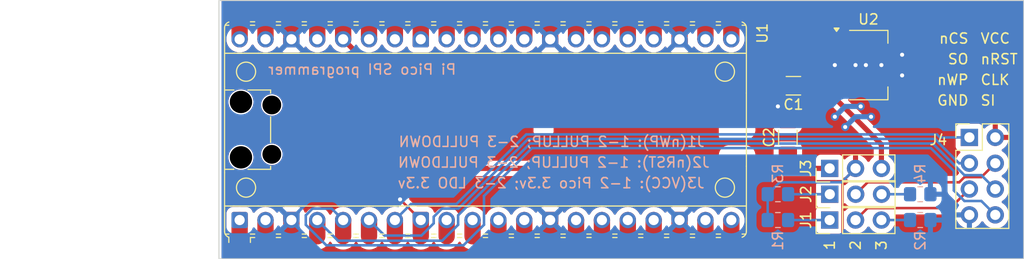
<source format=kicad_pcb>
(kicad_pcb (version 20221018) (generator pcbnew)

  (general
    (thickness 1.6)
  )

  (paper "A4")
  (layers
    (0 "F.Cu" signal)
    (31 "B.Cu" signal)
    (32 "B.Adhes" user "B.Adhesive")
    (33 "F.Adhes" user "F.Adhesive")
    (34 "B.Paste" user)
    (35 "F.Paste" user)
    (36 "B.SilkS" user "B.Silkscreen")
    (37 "F.SilkS" user "F.Silkscreen")
    (38 "B.Mask" user)
    (39 "F.Mask" user)
    (40 "Dwgs.User" user "User.Drawings")
    (41 "Cmts.User" user "User.Comments")
    (42 "Eco1.User" user "User.Eco1")
    (43 "Eco2.User" user "User.Eco2")
    (44 "Edge.Cuts" user)
    (45 "Margin" user)
    (46 "B.CrtYd" user "B.Courtyard")
    (47 "F.CrtYd" user "F.Courtyard")
    (48 "B.Fab" user)
    (49 "F.Fab" user)
    (50 "User.1" user)
    (51 "User.2" user)
    (52 "User.3" user)
    (53 "User.4" user)
    (54 "User.5" user)
    (55 "User.6" user)
    (56 "User.7" user)
    (57 "User.8" user)
    (58 "User.9" user)
  )

  (setup
    (pad_to_mask_clearance 0)
    (pcbplotparams
      (layerselection 0x00010fc_ffffffff)
      (plot_on_all_layers_selection 0x0000000_00000000)
      (disableapertmacros false)
      (usegerberextensions false)
      (usegerberattributes true)
      (usegerberadvancedattributes true)
      (creategerberjobfile true)
      (dashed_line_dash_ratio 12.000000)
      (dashed_line_gap_ratio 3.000000)
      (svgprecision 4)
      (plotframeref false)
      (viasonmask false)
      (mode 1)
      (useauxorigin false)
      (hpglpennumber 1)
      (hpglpenspeed 20)
      (hpglpendiameter 15.000000)
      (dxfpolygonmode true)
      (dxfimperialunits true)
      (dxfusepcbnewfont true)
      (psnegative false)
      (psa4output false)
      (plotreference true)
      (plotvalue true)
      (plotinvisibletext false)
      (sketchpadsonfab false)
      (subtractmaskfromsilk false)
      (outputformat 1)
      (mirror false)
      (drillshape 1)
      (scaleselection 1)
      (outputdirectory "")
    )
  )

  (net 0 "")
  (net 1 "Net-(J1-Pin_1)")
  (net 2 "Net-(J2-Pin_1)")
  (net 3 "Net-(J3-Pin_1)")
  (net 4 "Net-(J4-Pin_1)")
  (net 5 "Net-(J3-Pin_2)")
  (net 6 "Net-(J1-Pin_3)")
  (net 7 "GND")
  (net 8 "Net-(J2-Pin_3)")
  (net 9 "unconnected-(U1-GPIO0-Pad1)")
  (net 10 "unconnected-(U1-GPIO1-Pad2)")
  (net 11 "Net-(J4-Pin_6)")
  (net 12 "Net-(J4-Pin_5)")
  (net 13 "Net-(J4-Pin_2)")
  (net 14 "unconnected-(U1-GPIO6-Pad9)")
  (net 15 "unconnected-(U1-GPIO7-Pad10)")
  (net 16 "unconnected-(U1-GPIO8-Pad11)")
  (net 17 "unconnected-(U1-GPIO9-Pad12)")
  (net 18 "unconnected-(U1-GPIO10-Pad14)")
  (net 19 "unconnected-(U1-GPIO11-Pad15)")
  (net 20 "unconnected-(U1-GPIO12-Pad16)")
  (net 21 "unconnected-(U1-GPIO13-Pad17)")
  (net 22 "unconnected-(U1-GPIO14-Pad19)")
  (net 23 "unconnected-(U1-GPIO15-Pad20)")
  (net 24 "unconnected-(U1-GPIO16-Pad21)")
  (net 25 "unconnected-(U1-GPIO17-Pad22)")
  (net 26 "unconnected-(U1-GPIO18-Pad24)")
  (net 27 "unconnected-(U1-GPIO19-Pad25)")
  (net 28 "unconnected-(U1-GPIO20-Pad26)")
  (net 29 "unconnected-(U1-GPIO21-Pad27)")
  (net 30 "unconnected-(U1-GPIO22-Pad29)")
  (net 31 "unconnected-(U1-RUN-Pad30)")
  (net 32 "unconnected-(U1-GPIO26_ADC0-Pad31)")
  (net 33 "unconnected-(U1-GPIO27_ADC1-Pad32)")
  (net 34 "unconnected-(U1-AGND-Pad33)")
  (net 35 "unconnected-(U1-GPIO28_ADC2-Pad34)")
  (net 36 "unconnected-(U1-ADC_VREF-Pad35)")
  (net 37 "unconnected-(U1-3V3_EN-Pad37)")
  (net 38 "unconnected-(U1-VSYS-Pad39)")
  (net 39 "Net-(U1-VBUS)")
  (net 40 "Net-(J3-Pin_3)")
  (net 41 "Net-(J1-Pin_2)")
  (net 42 "Net-(J2-Pin_2)")

  (footprint "Connector_PinHeader_2.54mm:PinHeader_1x03_P2.54mm_Vertical" (layer "F.Cu") (at 172.72 78.74 90))

  (footprint "Connector_PinHeader_2.54mm:PinHeader_1x03_P2.54mm_Vertical" (layer "F.Cu") (at 172.735 76.2 90))

  (footprint "Package_TO_SOT_SMD:SOT-223-3_TabPin2" (layer "F.Cu") (at 176.53 63.5))

  (footprint "Capacitor_SMD:C_1206_3216Metric_Pad1.33x1.80mm_HandSolder" (layer "F.Cu") (at 169.164 65.532 180))

  (footprint "Connector_PinHeader_2.54mm:PinHeader_2x04_P2.54mm_Vertical" (layer "F.Cu") (at 186.436 70.612))

  (footprint "Connector_PinHeader_2.54mm:PinHeader_1x03_P2.54mm_Vertical" (layer "F.Cu") (at 172.72 73.66 90))

  (footprint "Capacitor_SMD:C_1206_3216Metric_Pad1.33x1.80mm_HandSolder" (layer "F.Cu") (at 168.6175 70.612 90))

  (footprint "Module_RaspberryPi_Pico:RaspberryPi_Pico_Common" (layer "F.Cu") (at 138.938 69.85 90))

  (footprint "Resistor_SMD:R_0805_2012Metric_Pad1.20x1.40mm_HandSolder" (layer "B.Cu") (at 167.64 76.2 180))

  (footprint "Resistor_SMD:R_0805_2012Metric_Pad1.20x1.40mm_HandSolder" (layer "B.Cu") (at 181.61 76.2))

  (footprint "Resistor_SMD:R_0805_2012Metric_Pad1.20x1.40mm_HandSolder" (layer "B.Cu") (at 181.61 78.74))

  (footprint "Resistor_SMD:R_0805_2012Metric_Pad1.20x1.40mm_HandSolder" (layer "B.Cu") (at 167.64 78.74 180))

  (gr_rect (start 112.776 57.15) (end 191.77 82.55)
    (stroke (width 0.1) (type default)) (fill none) (layer "Edge.Cuts") (tstamp e9de3a6d-302c-4a03-894b-d00091f3efd8))
  (gr_text "J1(nWP): 1-2 PULLUP; 2-3 PULLDOWN" (at 160.528 71.628) (layer "B.SilkS") (tstamp 70d0b397-5aac-4593-80a7-93d64d121238)
    (effects (font (size 1 1) (thickness 0.15)) (justify left bottom mirror))
  )
  (gr_text "Pi Pico SPI programmer" (at 136.144 64.516) (layer "B.SilkS") (tstamp 78a61ae1-29ee-4d47-b4b6-7627dcaebfb4)
    (effects (font (size 1 1) (thickness 0.15)) (justify left bottom mirror))
  )
  (gr_text "J2(nRST): 1-2 PULLUP; 2-3 PULLDOWN" (at 161.036 73.66) (layer "B.SilkS") (tstamp 9a530dca-53df-41ae-981d-14c3b03f4fdc)
    (effects (font (size 1 1) (thickness 0.15)) (justify left bottom mirror))
  )
  (gr_text "J3(VCC): 1-2 Pico 3.3v; 2-3 LDO 3.3v" (at 160.528 75.692) (layer "B.SilkS") (tstamp f2c5ba10-7579-456e-aec8-3b754e755017)
    (effects (font (size 1 1) (thickness 0.15)) (justify left bottom mirror))
  )
  (gr_text "nCS" (at 186.436 61.468) (layer "F.SilkS") (tstamp 35ed19bc-af85-423b-9a82-c1ddc7eb01dc)
    (effects (font (size 1 1) (thickness 0.15)) (justify right bottom))
  )
  (gr_text "1" (at 172.72 81.788 90) (layer "F.SilkS") (tstamp 47301080-5b9c-4bb1-ae03-7f9018badf90)
    (effects (font (size 1 1) (thickness 0.15)) (justify left))
  )
  (gr_text "nWP" (at 186.436 65.532) (layer "F.SilkS") (tstamp 56613531-1457-4333-b2f8-dcf7c0eb0f9d)
    (effects (font (size 1 1) (thickness 0.15)) (justify right bottom))
  )
  (gr_text "CLK" (at 187.452 65.532) (layer "F.SilkS") (tstamp 7183808c-1e55-467f-8d4f-d7fd54e2aabc)
    (effects (font (size 1 1) (thickness 0.15)) (justify left bottom))
  )
  (gr_text "GND" (at 186.436 67.564) (layer "F.SilkS") (tstamp 979831a7-48e9-470b-8eef-d460823db514)
    (effects (font (size 1 1) (thickness 0.15)) (justify right bottom))
  )
  (gr_text "SO" (at 186.436 63.5) (layer "F.SilkS") (tstamp 9efdbc01-d6d4-4dba-a457-ca71be9d3160)
    (effects (font (size 1 1) (thickness 0.15)) (justify right bottom))
  )
  (gr_text "VCC" (at 187.452 61.468) (layer "F.SilkS") (tstamp a9748b2a-56a8-4adf-a9e7-c57b31ee1322)
    (effects (font (size 1 1) (thickness 0.15)) (justify left bottom))
  )
  (gr_text "nRST" (at 187.452 63.5) (layer "F.SilkS") (tstamp b1fd32f1-6566-4633-bc66-809348e3930b)
    (effects (font (size 1 1) (thickness 0.15)) (justify left bottom))
  )
  (gr_text "SI" (at 187.452 67.564) (layer "F.SilkS") (tstamp c1a16cd5-934e-4424-b998-c746e63160e9)
    (effects (font (size 1 1) (thickness 0.15)) (justify left bottom))
  )
  (gr_text "3" (at 177.8 81.788 90) (layer "F.SilkS") (tstamp c9acf245-c9c3-4cbc-bb3c-0164ba55c39f)
    (effects (font (size 1 1) (thickness 0.15)) (justify left))
  )
  (gr_text "2" (at 175.26 81.788 90) (layer "F.SilkS") (tstamp d93f5abe-831d-4ea0-b5d3-b00cb3f98e6a)
    (effects (font (size 1 1) (thickness 0.15)) (justify left))
  )

  (segment (start 168.64 78.74) (end 172.72 78.74) (width 0.25) (layer "B.Cu") (net 1) (tstamp 67a1d4e4-bead-457a-8467-0d6041954315))
  (segment (start 168.64 76.2) (end 172.735 76.2) (width 0.25) (layer "B.Cu") (net 2) (tstamp 9d4a0e07-ffd2-497c-b6d3-32738927dee1))
  (segment (start 172.72 73.66) (end 168.656 73.66) (width 0.508) (layer "F.Cu") (net 3) (tstamp 5af15f64-7a12-4ddc-9321-5ab420db22f8))
  (segment (start 168.656 73.66) (end 168.6175 73.6215) (width 0.508) (layer "F.Cu") (net 3) (tstamp 64f8f9ed-812c-4d9e-bea8-e2df8991c5de))
  (segment (start 168.656 73.66) (end 137.668 73.66) (width 0.508) (layer "F.Cu") (net 3) (tstamp 94692680-678f-43de-a67a-40daceb1e174))
  (segment (start 168.6175 73.6215) (end 168.6175 72.1745) (width 0.508) (layer "F.Cu") (net 3) (tstamp a5286715-8722-47f3-a9d8-8b52e19e499b))
  (segment (start 137.668 73.66) (end 124.968 60.96) (width 0.508) (layer "F.Cu") (net 3) (tstamp cad691ef-4a3d-495b-8095-e6c21cc68757))
  (segment (start 183.549792 70.612) (end 183.252792 70.315) (width 0.25) (layer "B.Cu") (net 4) (tstamp 4ca77d81-e736-4f45-9fd1-d7a3d49883fd))
  (segment (start 183.252792 70.315) (end 142.939217 70.315) (width 0.25) (layer "B.Cu") (net 4) (tstamp 57b4f745-0472-4114-80c8-95d2ea720766))
  (segment (start 131.623 77.165) (end 130.048 78.74) (width 0.25) (layer "B.Cu") (net 4) (tstamp 8376d2b1-c222-41db-b128-5476ed3ca3bf))
  (segment (start 136.089217 77.165) (end 131.623 77.165) (width 0.25) (layer "B.Cu") (net 4) (tstamp d07fdd4f-9df0-4aa0-b8dc-8f392c8e652e))
  (segment (start 142.939217 70.315) (end 136.089217 77.165) (width 0.25) (layer "B.Cu") (net 4) (tstamp e2b11d58-5620-4901-aced-beda3c7ee5a7))
  (segment (start 186.436 70.612) (end 183.549792 70.612) (width 0.25) (layer "B.Cu") (net 4) (tstamp eafd87cd-e30c-4d1d-bcdc-f87038313bc4))
  (segment (start 175.26 73.66) (end 173.99 74.93) (width 0.25) (layer "F.Cu") (net 5) (tstamp 3912f91d-5c6e-4128-8915-a7a352c0ea2f))
  (segment (start 173.99 74.93) (end 170.688 74.93) (width 0.25) (layer "F.Cu") (net 5) (tstamp 7cd6766b-2996-4f2a-a622-c030e8eb7936))
  (segment (start 173.99 74.93) (end 173.99 80.518) (width 0.25) (layer "F.Cu") (net 5) (tstamp fd4c6bf1-c630-40c1-8cb1-70599b875765))
  (via (at 173.228 68.58) (size 0.8) (drill 0.4) (layers "F.Cu" "B.Cu") (free) (net 5) (tstamp 1ea02166-5f8e-4fa5-8d85-8e3740234173))
  (via (at 176.784 68.58) (size 0.8) (drill 0.4) (layers "F.Cu" "B.Cu") (free) (net 5) (tstamp b74381ee-36a1-4f3d-b547-3db1f0797de2))
  (via (at 174.244 69.59) (size 0.8) (drill 0.4) (layers "F.Cu" "B.Cu") (free) (net 5) (tstamp fcad76a9-8438-428f-9656-818f341b5207))
  (via (at 175.768 67.564) (size 0.8) (drill 0.4) (layers "F.Cu" "B.Cu") (free) (net 5) (tstamp ff46f226-17e9-45bf-b1eb-0893587179c9))
  (segment (start 167.815 75.025) (end 166.64 76.2) (width 0.25) (layer "B.Cu") (net 5) (tstamp 07d9f9e1-5d0b-4fc9-8dd3-3ece0feced1f))
  (segment (start 166.64 76.2) (end 166.64 78.74) (width 0.25) (layer "B.Cu") (net 5) (tstamp 27674463-a2b5-4a0c-931b-19d2a90d50f3))
  (segment (start 175.768 67.564) (end 174.244 67.564) (width 0.508) (layer "B.Cu") (net 5) (tstamp 598b79db-c757-4fd7-bb86-48c2aacecd3e))
  (segment (start 173.228 68.58) (end 174.244 67.564) (width 0.508) (layer "B.Cu") (net 5) (tstamp 85199db4-7ed0-4761-8f39-731e32cb86f6))
  (segment (start 173.895 75.025) (end 167.815 75.025) (width 0.25) (layer "B.Cu") (net 5) (tstamp b9c3f3c7-4bc7-4742-b0d0-f08b5e503cce))
  (segment (start 175.26 73.66) (end 173.895 75.025) (width 0.25) (layer "B.Cu") (net 5) (tstamp bfdde24f-0c19-4182-a3e5-609512c7638a))
  (segment (start 175.254 68.58) (end 174.244 69.59) (width 0.508) (layer "B.Cu") (net 5) (tstamp f466073a-43c8-49e0-9743-30c240eb52e9))
  (segment (start 176.784 68.58) (end 175.254 68.58) (width 0.508) (layer "B.Cu") (net 5) (tstamp fdc1b02f-f654-4260-b935-34f8830cad10))
  (segment (start 180.61 78.74) (end 177.8 78.74) (width 0.25) (layer "B.Cu") (net 6) (tstamp 6fd7962d-2a59-4b91-85cc-98f89808a958))
  (segment (start 177.8 63.5) (end 176.276 63.5) (width 0.508) (layer "F.Cu") (net 7) (tstamp 29f04e81-339d-4d54-bf9a-6d6ef449b599))
  (segment (start 167.6015 65.532) (end 167.6015 67.5255) (width 0.508) (layer "F.Cu") (net 7) (tstamp 2a5d110f-517c-42e0-9d6f-782828102a4c))
  (segment (start 175.26 63.5) (end 176.276 63.5) (width 0.508) (layer "F.Cu") (net 7) (tstamp 3df03de9-2ab4-44d6-9062-b52cbfd523dc))
  (segment (start 167.6015 67.5255) (end 167.64 67.564) (width 0.25) (layer "F.Cu") (net 7) (tstamp 3f21589e-1a9a-4fe6-af5c-84dac53566b9))
  (segment (start 168.6175 68.5415) (end 167.64 67.564) (width 0.508) (layer "F.Cu") (net 7) (tstamp 40c2f74a-c36e-4cc1-8918-5ea245d8d454))
  (segment (start 173.228 63.5) (end 175.26 63.5) (width 0.508) (layer "F.Cu") (net 7) (tstamp 6cd052ce-592f-4f78-8a5b-25c2d1d860f5))
  (segment (start 132.588 78.74) (end 130.556 76.708) (width 0.25) (layer "F.Cu") (net 7) (tstamp bc0a23e2-556f-40e4-8a2a-67c3e43296ec))
  (segment (start 173.38 63.5) (end 173.228 63.5) (width 0.25) (layer "F.Cu") (net 7) (tstamp d6cff4cb-245b-48ba-9d67-f696145d7f9d))
  (segment (start 179.68 63.5) (end 177.8 63.5) (width 0.508) (layer "F.Cu") (net 7) (tstamp e31e470c-4838-40ea-b726-d26a4d58dcaf))
  (segment (start 168.6175 69.0495) (end 168.6175 68.5415) (width 0.25) (layer "F.Cu") (net 7) (tstamp fdc7b85d-af64-463e-8a09-7f60c4da30a4))
  (via (at 179.832 62.484) (size 0.8) (drill 0.4) (layers "F.Cu" "B.Cu") (net 7) (tstamp 0e82428b-7e00-4b82-bf12-91701004c6cf))
  (via (at 177.8 63.5) (size 0.8) (drill 0.4) (layers "F.Cu" "B.Cu") (net 7) (tstamp 2ad72111-3f57-4859-b80f-0593719ab388))
  (via (at 175.26 63.5) (size 0.8) (drill 0.4) (layers "F.Cu" "B.Cu") (net 7) (tstamp 440fc8a8-0fe4-4162-b8c6-ad069acaefc9))
  (via (at 167.64 67.564) (size 0.8) (drill 0.4) (layers "F.Cu" "B.Cu") (net 7) (tstamp 4c3994ad-ce97-475f-a862-94d4a5d5db6f))
  (via (at 173.228 63.5) (size 0.8) (drill 0.4) (layers "F.Cu" "B.Cu") (net 7) (tstamp 53c5cc0e-9724-4ef5-ac83-41640347b49a))
  (via (at 130.556 76.708) (size 0.8) (drill 0.4) (layers "F.Cu" "B.Cu") (net 7) (tstamp 9efc8303-40c8-4fdc-8a69-d994ef84a35f))
  (via (at 176.276 63.5) (size 0.8) (drill 0.4) (layers "F.Cu" "B.Cu") (net 7) (tstamp be2a45cb-ce1e-40b5-aa1e-57c5bd099730))
  (via (at 179.832 64.516) (size 0.8) (drill 0.4) (layers "F.Cu" "B.Cu") (net 7) (tstamp e10740f3-8271-4910-93fd-e70dc8042a59))
  (segment (start 180.61 76.2) (end 177.815 76.2) (width 0.25) (layer "B.Cu") (net 8) (tstamp 6d82a51e-ba3d-4540-b546-4ac9ce418b9c))
  (segment (start 136.253 78.274009) (end 143.312009 71.215) (width 0.25) (layer "B.Cu") (net 11) (tstamp 0ed8d6a0-0943-4e17-a686-9bac4a0585e6))
  (segment (start 122.428 78.74) (end 124.46 80.772) (width 0.25) (layer "B.Cu") (net 11) (tstamp 44e282a7-8839-483f-b131-b69b0100c9e6))
  (segment (start 136.253 79.205991) (end 136.253 78.274009) (width 0.25) (layer "B.Cu") (net 11) (tstamp 47ad5162-89f9-400e-94b7-9a6ee0e9c3aa))
  (segment (start 182.88 71.215) (end 182.88 71.257701) (width 0.25) (layer "B.Cu") (net 11) (tstamp 5d4e603e-31a5-452c-b6c4-882f76f53c1d))
  (segment (start 134.686991 80.772) (end 136.253 79.205991) (width 0.25) (layer "B.Cu") (net 11) (tstamp 7d733c58-638d-4aa6-ad6d-aef08b6d4bb1))
  (segment (start 143.312009 71.215) (end 182.88 71.215) (width 0.25) (layer "B.Cu") (net 11) (tstamp 8a438dde-3382-4c05-a923-b12d930a96b5))
  (segment (start 182.88 71.257701) (end 185.949299 74.327) (width 0.25) (layer "B.Cu") (net 11) (tstamp 8db88159-f59e-4ff2-b055-5422365baa92))
  (segment (start 185.949299 74.327) (end 187.611 74.327) (width 0.25) (layer "B.Cu") (net 11) (tstamp a30064d3-ae77-45e4-8b9c-09fb5e6c337a))
  (segment (start 187.611 74.327) (end 188.976 75.692) (width 0.25) (layer "B.Cu") (net 11) (tstamp b3f815b4-ab47-4ac7-a6f5-1f5d7d27bfe0))
  (segment (start 124.46 80.772) (end 134.686991 80.772) (width 0.25) (layer "B.Cu") (net 11) (tstamp b6aaeccc-4800-4f38-ae56-60173458675c))
  (segment (start 138.793 76.370405) (end 143.498405 71.665) (width 0.25) (layer "B.Cu") (net 12) (tstamp 26b6eb91-1cbc-48ef-bcb9-df3f1e55e83b))
  (segment (start 184.912 73.926097) (end 184.912 75.829701) (width 0.25) (layer "B.Cu") (net 12) (tstamp 39be25f4-50c2-4957-a260-9c057c697386))
  (segment (start 136.776991 81.222) (end 138.793 79.205991) (width 0.25) (layer "B.Cu") (net 12) (tstamp 4e20fd18-24b1-48a7-8b0e-a67d09409c9d))
  (segment (start 123.319009 81.222) (end 136.776991 81.222) (width 0.25) (layer "B.Cu") (net 12) (tstamp 521c2596-62ed-4c9e-9362-076ce7792b4c))
  (segment (start 123.843 77.615) (end 121.962009 77.615) (width 0.25) (layer "B.Cu") (net 12) (tstamp 566f35f8-f352-4699-bb97-670ba80e5d81))
  (segment (start 143.498405 71.665) (end 182.650903 71.665) (width 0.25) (layer "B.Cu") (net 12) (tstamp 626c9ad5-ce12-4bad-bbaf-979aeee2856c))
  (segment (start 184.912 75.829701) (end 185.949299 76.867) (width 0.25) (layer "B.Cu") (net 12) (tstamp 6a363f03-9e40-4439-b86a-3bfea1d12318))
  (segment (start 121.303 78.274009) (end 121.303 79.205991) (width 0.25) (layer "B.Cu") (net 12) (tstamp 74f188ab-eb7f-42b5-a0a2-87d2cc1e2839))
  (segment (start 185.949299 76.867) (end 187.611 76.867) (width 0.25) (layer "B.Cu") (net 12) (tstamp 799bded2-6a37-4c4b-abf4-2326be38a83a))
  (segment (start 121.303 79.205991) (end 123.319009 81.222) (width 0.25) (layer "B.Cu") (net 12) (tstamp 9580977b-9c9d-4c89-af8d-75c051c22e2a))
  (segment (start 121.962009 77.615) (end 121.303 78.274009) (width 0.25) (layer "B.Cu") (net 12) (tstamp b4f4ee9d-5b39-4bd1-9d64-f9f49237ee06))
  (segment (start 124.968 78.74) (end 123.843 77.615) (width 0.25) (layer "B.Cu") (net 12) (tstamp ca51fc86-7e34-487f-9ad3-ae9b7595e05e))
  (segment (start 187.611 76.867) (end 188.976 78.232) (width 0.25) (layer "B.Cu") (net 12) (tstamp cfdccad3-84f7-4dff-a0c5-4679070b4b58))
  (segment (start 138.793 79.205991) (end 138.793 76.370405) (width 0.25) (layer "B.Cu") (net 12) (tstamp d3956d20-ea26-4e27-bdcc-5cd88b7f2e78))
  (segment (start 182.650903 71.665) (end 184.912 73.926097) (width 0.25) (layer "B.Cu") (net 12) (tstamp f0a6802a-edc4-494b-923f-84ad6c8149d9))
  (segment (start 183.066396 70.765) (end 143.125613 70.765) (width 0.25) (layer "B.Cu") (net 13) (tstamp 05f5c1a2-d120-4266-87e7-adf69be44d7e))
  (segment (start 186.436 73.152) (end 185.42 73.152) (width 0.25) (layer "B.Cu") (net 13) (tstamp 07fd91de-9d62-4fff-8d39-690dbde15113))
  (segment (start 133.858 79.060992) (end 132.654992 80.264) (width 0.25) (layer "B.Cu") (net 13) (tstamp 09828aa5-c952-41a2-9c74-9799f88633f9))
  (segment (start 143.125613 70.765) (end 136.275613 77.615) (width 0.25) (layer "B.Cu") (net 13) (tstamp 3eb1b3e4-f20f-42d0-b387-1ffc45da3dbe))
  (segment (start 132.654992 80.264) (end 129.032 80.264) (width 0.25) (layer "B.Cu") (net 13) (tstamp 4001a382-5469-4bd1-b72d-8d928b73e42a))
  (segment (start 129.032 80.264) (end 127.508 78.74) (width 0.25) (layer "B.Cu") (net 13) (tstamp 5360e0b9-0344-441e-9cf9-1d1807b6301e))
  (segment (start 133.858 78.419009) (end 133.858 79.060992) (width 0.25) (layer "B.Cu") (net 13) (tstamp 9278a2a2-d4f7-4a44-bc83-f1ea7446ecd5))
  (segment (start 136.275613 77.615) (end 134.662009 77.615) (width 0.25) (layer "B.Cu") (net 13) (tstamp 9e2aa985-6820-4392-9400-329718b2f7d4))
  (segment (start 183.33 71.062) (end 183.33 71.028604) (width 0.25) (layer "B.Cu") (net 13) (tstamp c400159e-daff-44ac-a572-8fdf06d9cbce))
  (segment (start 185.42 73.152) (end 183.33 71.062) (width 0.25) (layer "B.Cu") (net 13) (tstamp d0d8af5f-ef54-43f9-a1cb-f24617d362a7))
  (segment (start 134.662009 77.615) (end 133.858 78.419009) (width 0.25) (layer "B.Cu") (net 13) (tstamp efcefbc5-b107-4ee8-8f3d-69ce96a87441))
  (segment (start 183.33 71.028604) (end 183.066396 70.765) (width 0.25) (layer "B.Cu") (net 13) (tstamp f4571b92-556c-41a4-a5ce-f8b2b43925ba))
  (segment (start 114.808 60.126576) (end 114.808 60.30901) (width 0.508) (layer "F.Cu") (net 39) (tstamp 5b139f98-8285-4819-8cb2-7093b1cce4a9))
  (segment (start 116.833638 58.100938) (end 114.808 60.126576) (width 0.508) (layer "F.Cu") (net 39) (tstamp ac90068a-5809-423c-bc48-bbc1dd61dca8))
  (segment (start 173.38 61.2) (end 170.280938 58.100938) (width 0.508) (layer "F.Cu") (net 39) (tstamp b223f456-df0d-45ec-9d75-7b86d95d56c8))
  (segment (start 114.808 60.30901) (end 114.808 60.96) (width 0.25) (layer "F.Cu") (net 39) (tstamp d28fafa6-003b-4fa7-b547-d468335138d2))
  (segment (start 170.280938 58.100938) (end 116.833638 58.100938) (width 0.508) (layer "F.Cu") (net 39) (tstamp f9712a9a-e03d-41ec-8eac-78144e74b6d0))
  (segment (start 170.9945 65.8) (end 170.7265 65.532) (width 0.508) (layer "F.Cu") (net 40) (tstamp 7d63fa1d-270d-437f-8312-112d471810a5))
  (segment (start 173.38 65.8) (end 170.9945 65.8) (width 0.508) (layer "F.Cu") (net 40) (tstamp 99221cb1-4bdb-4f91-a8e6-3b73e5173873))
  (segment (start 173.38 66.891739) (end 173.38 65.8) (width 0.508) (layer "F.Cu") (net 40) (tstamp d63b5a42-e74c-40e8-9982-1ab604b964d0))
  (segment (start 177.8 73.66) (end 177.8 71.311739) (width 0.508) (layer "F.Cu") (net 40) (tstamp dbe2d858-0089-483b-9fb6-d77c5534c598))
  (segment (start 177.8 71.311739) (end 173.38 66.891739) (width 0.508) (layer "F.Cu") (net 40) (tstamp f4992857-af51-4358-b58c-e80db78d4de9))
  (segment (start 186.436 75.692) (end 184.563 77.565) (width 0.25) (layer "F.Cu") (net 41) (tstamp 46f3e2f8-de26-47c8-b91d-564d066d84ba))
  (segment (start 176.435 77.565) (end 175.26 78.74) (width 0.25) (layer "F.Cu") (net 41) (tstamp 48ef28df-9422-408c-8364-41e82535202b))
  (segment (start 184.563 77.565) (end 176.435 77.565) (width 0.25) (layer "F.Cu") (net 41) (tstamp 5718cee6-69ad-4c23-91ae-33f9a4d21268))
  (segment (start 185.441299 75.025) (end 176.45 75.025) (width 0.25) (layer "F.Cu") (net 42) (tstamp 1a322f4a-2ff9-4d56-b37f-490583a20697))
  (segment (start 176.45 75.025) (end 175.275 76.2) (width 0.25) (layer "F.Cu") (net 42) (tstamp 3e8f67bc-3050-4865-81ea-2999689347a7))
  (segment (start 187.611 74.517) (end 185.949299 74.517) (width 0.25) (layer "F.Cu") (net 42) (tstamp 4521b2c5-c4ff-4955-8002-90a8cf61dd17))
  (segment (start 185.949299 74.517) (end 185.441299 75.025) (width 0.25) (layer "F.Cu") (net 42) (tstamp 6f6c6209-5ca0-454e-9bb5-7a979db7b1c9))
  (segment (start 188.976 73.152) (end 187.611 74.517) (width 0.25) (layer "F.Cu") (net 42) (tstamp 960db2e8-a692-4a34-9750-fe39c64b44b6))

  (zone (net 5) (net_name "Net-(J3-Pin_2)") (layer "F.Cu") (tstamp 93b150f9-3d76-4592-94aa-835a81185778) (hatch edge 0.5)
    (connect_pads (clearance 0.5))
    (min_thickness 0.25) (filled_areas_thickness no)
    (fill yes (thermal_gap 0.5) (thermal_bridge_width 0.5))
    (polygon
      (pts
        (xy 191.77 82.55)
        (xy 191.77 57.15)
        (xy 113.03 57.15)
        (xy 113.03 82.55)
      )
    )
    (filled_polygon
      (layer "F.Cu")
      (pts
        (xy 116.601801 57.170185)
        (xy 116.647556 57.222989)
        (xy 116.6575 57.292147)
        (xy 116.628475 57.355703)
        (xy 116.573767 57.392206)
        (xy 116.5126 57.412474)
        (xy 116.506059 57.415525)
        (xy 116.506036 57.415477)
        (xy 116.499143 57.418814)
        (xy 116.499167 57.418861)
        (xy 116.492715 57.422101)
        (xy 116.429698 57.463547)
        (xy 116.426659 57.465483)
        (xy 116.362484 57.505066)
        (xy 116.356818 57.509547)
        (xy 116.356786 57.509506)
        (xy 116.350852 57.51434)
        (xy 116.350886 57.51438)
        (xy 116.34535 57.519025)
        (xy 116.293599 57.573876)
        (xy 116.291088 57.576461)
        (xy 115.638638 58.228911)
        (xy 115.577315 58.262396)
        (xy 115.507623 58.257412)
        (xy 115.479836 58.242806)
        (xy 115.460739 58.229435)
        (xy 115.460733 58.229431)
        (xy 115.357615 58.181346)
        (xy 115.254496 58.133261)
        (xy 115.254492 58.13326)
        (xy 115.254488 58.133258)
        (xy 115.034697 58.074366)
        (xy 115.034687 58.074364)
        (xy 114.864785 58.0595)
        (xy 114.864784 58.0595)
        (xy 114.751216 58.0595)
        (xy 114.751215 58.0595)
        (xy 114.581312 58.074364)
        (xy 114.581302 58.074366)
        (xy 114.361511 58.133258)
        (xy 114.361502 58.133261)
        (xy 114.155267 58.229431)
        (xy 114.155265 58.229432)
        (xy 113.968858 58.359954)
        (xy 113.807954 58.520858)
        (xy 113.677432 58.707265)
        (xy 113.677431 58.707267)
        (xy 113.581261 58.913502)
        (xy 113.581258 58.913511)
        (xy 113.522366 59.133302)
        (xy 113.522364 59.133312)
        (xy 113.5075 59.303214)
        (xy 113.5075 60.897802)
        (xy 113.507028 60.908609)
        (xy 113.502532 60.959998)
        (xy 113.502532 60.960001)
        (xy 113.522364 61.186686)
        (xy 113.522366 61.186697)
        (xy 113.581258 61.406488)
        (xy 113.581261 61.406497)
        (xy 113.677431 61.612732)
        (xy 113.677432 61.612734)
        (xy 113.807954 61.799141)
        (xy 113.968858 61.960045)
        (xy 113.968861 61.960047)
        (xy 114.155266 62.090568)
        (xy 114.361504 62.186739)
        (xy 114.361509 62.18674)
        (xy 114.361511 62.186741)
        (xy 114.402493 62.197722)
        (xy 114.581308 62.245635)
        (xy 114.723921 62.258112)
        (xy 114.807998 62.265468)
        (xy 114.808 62.265468)
        (xy 114.808002 62.265468)
        (xy 114.87794 62.259349)
        (xy 115.034692 62.245635)
        (xy 115.254496 62.186739)
        (xy 115.460734 62.090568)
        (xy 115.647139 61.960047)
        (xy 115.808047 61.799139)
        (xy 115.938568 61.612734)
        (xy 115.965618 61.554724)
        (xy 116.01179 61.502285)
        (xy 116.078983 61.483133)
        (xy 116.145865 61.503348)
        (xy 116.190382 61.554725)
        (xy 116.217429 61.612728)
        (xy 116.217432 61.612734)
        (xy 116.347954 61.799141)
        (xy 116.508858 61.960045)
        (xy 116.508861 61.960047)
        (xy 116.695266 62.090568)
        (xy 116.901504 62.186739)
        (xy 116.901509 62.18674)
        (xy 116.901511 62.186741)
        (xy 116.942493 62.197722)
        (xy 117.121308 62.245635)
        (xy 117.263921 62.258112)
        (xy 117.347998 62.265468)
        (xy 117.348 62.265468)
        (xy 117.348002 62.265468)
        (xy 117.41794 62.259349)
        (xy 117.574692 62.245635)
        (xy 117.794496 62.186739)
        (xy 118.000734 62.090568)
        (xy 118.187139 61.960047)
        (xy 118.348047 61.799139)
        (xy 118.394252 61.733149)
        (xy 118.448826 61.689526)
        (xy 118.518324 61.682332)
        (xy 118.58068 61.713854)
        (xy 118.614065 61.766918)
        (xy 118.632429 61.825044)
        (xy 118.672042 61.9073)
        (xy 118.681005 61.922583)
        (xy 118.71374 61.978402)
        (xy 118.713742 61.978404)
        (xy 118.812346 62.083235)
        (xy 118.81235 62.083238)
        (xy 118.883729 62.14016)
        (xy 118.952145 62.186127)
        (xy 119.086472 62.237796)
        (xy 119.17548 62.258112)
        (xy 119.257074 62.269843)
        (xy 119.257075 62.269842)
        (xy 119.257076 62.269843)
        (xy 119.303331 62.26606)
        (xy 119.313439 62.265647)
        (xy 119.807718 62.265647)
        (xy 119.821604 62.266427)
        (xy 119.831383 62.267529)
        (xy 119.831384 62.267529)
        (xy 119.944617 62.267529)
        (xy 119.954396 62.266427)
        (xy 119.968282 62.265647)
        (xy 120.419017 62.265647)
        (xy 120.436664 62.266908)
        (xy 120.457077 62.269844)
        (xy 120.457077 62.269843)
        (xy 120.457078 62.269844)
        (xy 120.457079 62.269844)
        (xy 120.515202 62.26509)
        (xy 120.60052 62.258112)
        (xy 120.689528 62.237796)
        (xy 120.689537 62.237793)
        (xy 120.689538 62.237793)
        (xy 120.768113 62.212969)
        (xy 120.768113 62.212968)
        (xy 120.768122 62.212966)
        (xy 120.892271 62.14016)
        (xy 120.96365 62.083238)
        (xy 121.023693 62.026762)
        (xy 121.103958 61.9073)
        (xy 121.143571 61.825044)
        (xy 121.167179 61.763667)
        (xy 121.209618 61.708166)
        (xy 121.275328 61.684418)
        (xy 121.343446 61.699966)
        (xy 121.384487 61.737063)
        (xy 121.427954 61.799141)
        (xy 121.588858 61.960045)
        (xy 121.588861 61.960047)
        (xy 121.775266 62.090568)
        (xy 121.981504 62.186739)
        (xy 121.981509 62.18674)
        (xy 121.981511 62.186741)
        (xy 122.022493 62.197722)
        (xy 122.201308 62.245635)
        (xy 122.343921 62.258112)
        (xy 122.427998 62.265468)
        (xy 122.428 62.265468)
        (xy 122.428002 62.265468)
        (xy 122.49794 62.259349)
        (xy 122.654692 62.245635)
        (xy 122.874496 62.186739)
        (xy 123.080734 62.090568)
        (xy 123.267139 61.960047)
        (xy 123.428047 61.799139)
        (xy 123.558568 61.612734)
        (xy 123.585618 61.554724)
        (xy 123.63179 61.502285)
        (xy 123.698983 61.483133)
        (xy 123.765865 61.503348)
        (xy 123.810382 61.554725)
        (xy 123.837429 61.612728)
        (xy 123.837432 61.612734)
        (xy 123.967954 61.799141)
        (xy 124.128858 61.960045)
        (xy 124.128861 61.960047)
        (xy 124.315266 62.090568)
        (xy 124.521504 62.186739)
        (xy 124.521509 62.18674)
        (xy 124.521511 62.186741)
        (xy 124.562493 62.197722)
        (xy 124.741308 62.245635)
        (xy 124.883921 62.258112)
        (xy 124.967998 62.265468)
        (xy 124.968 62.265468)
        (xy 124.968001 62.265468)
        (xy 124.98722 62.263786)
        (xy 125.12966 62.251324)
        (xy 125.198158 62.26509)
        (xy 125.228147 62.287171)
        (xy 137.089234 74.148258)
        (xy 137.101015 74.16189)
        (xy 137.115461 74.181294)
        (xy 137.153638 74.213328)
        (xy 137.161614 74.220638)
        (xy 137.165554 74.224579)
        (xy 137.19001 74.243916)
        (xy 137.192807 74.246195)
        (xy 137.250572 74.294667)
        (xy 137.256609 74.298637)
        (xy 137.256579 74.298682)
        (xy 137.263038 74.302796)
        (xy 137.263067 74.30275)
        (xy 137.269207 74.306537)
        (xy 137.269209 74.306539)
        (xy 137.337557 74.33841)
        (xy 137.340775 74.339968)
        (xy 137.386997 74.363181)
        (xy 137.408189 74.373824)
        (xy 137.408191 74.373824)
        (xy 137.414979 74.376295)
        (xy 137.41496 74.376347)
        (xy 137.422188 74.378859)
        (xy 137.422206 74.378808)
        (xy 137.429055 74.381077)
        (xy 137.429056 74.381077)
        (xy 137.42906 74.381079)
        (xy 137.502972 74.396339)
        (xy 137.506419 74.397104)
        (xy 137.579812 74.4145)
        (xy 137.579813 74.4145)
        (xy 137.579817 74.414501)
        (xy 137.586985 74.415339)
        (xy 137.586978 74.415392)
        (xy 137.594594 74.41617)
        (xy 137.594599 74.416117)
        (xy 137.601788 74.416746)
        (xy 137.601792 74.416745)
        (xy 137.601793 74.416746)
        (xy 137.677179 74.414551)
        (xy 137.680786 74.4145)
        (xy 168.566246 74.4145)
        (xy 168.582594 74.41617)
        (xy 168.582599 74.416117)
        (xy 168.589788 74.416746)
        (xy 168.589792 74.416745)
        (xy 168.589793 74.416746)
        (xy 168.665179 74.414551)
        (xy 168.668786 74.4145)
        (xy 171.245501 74.4145)
        (xy 171.31254 74.434185)
        (xy 171.358295 74.486989)
        (xy 171.369501 74.5385)
        (xy 171.369501 74.557876)
        (xy 171.375908 74.617483)
        (xy 171.426202 74.752328)
        (xy 171.426206 74.752335)
        (xy 171.511077 74.865707)
        (xy 171.535495 74.931171)
        (xy 171.520644 74.999444)
        (xy 171.511078 75.014329)
        (xy 171.441204 75.107668)
        (xy 171.441202 75.107671)
        (xy 171.390908 75.242517)
        (xy 171.384501 75.302116)
        (xy 171.3845 75.302135)
        (xy 171.3845 77.09787)
        (xy 171.384501 77.097876)
        (xy 171.390908 77.157483)
        (xy 171.441202 77.292328)
        (xy 171.441206 77.292335)
        (xy 171.511077 77.38567)
        (xy 171.535495 77.451134)
        (xy 171.520644 77.519407)
        (xy 171.511078 77.534292)
        (xy 171.426204 77.647669)
        (xy 171.426202 77.647671)
        (xy 171.375908 77.782517)
        (xy 171.369501 77.842116)
        (xy 171.3695 77.842135)
        (xy 171.3695 79.63787)
        (xy 171.369501 79.637876)
        (xy 171.375908 79.697483)
        (xy 171.426202 79.832328)
        (xy 171.426206 79.832335)
        (xy 171.512452 79.947544)
        (xy 171.512455 79.947547)
        (xy 171.627664 80.033793)
        (xy 171.627671 80.033797)
        (xy 171.762517 80.084091)
        (xy 171.762516 80.084091)
        (xy 171.769444 80.084835)
        (xy 171.822127 80.0905)
        (xy 173.617872 80.090499)
        (xy 173.677483 80.084091)
        (xy 173.812331 80.033796)
        (xy 173.927546 79.947546)
        (xy 174.013796 79.832331)
        (xy 174.06281 79.700916)
        (xy 174.104681 79.644984)
        (xy 174.170145 79.620566)
        (xy 174.238418 79.635417)
        (xy 174.266673 79.656569)
        (xy 174.388599 79.778495)
        (xy 174.485384 79.846265)
        (xy 174.582165 79.914032)
        (xy 174.582167 79.914033)
        (xy 174.58217 79.914035)
        (xy 174.796337 80.013903)
        (xy 175.024592 80.075063)
        (xy 175.201034 80.0905)
        (xy 175.259999 80.095659)
        (xy 175.26 80.095659)
        (xy 175.260001 80.095659)
        (xy 175.318966 80.0905)
        (xy 175.495408 80.075063)
        (xy 175.723663 80.013903)
        (xy 175.93783 79.914035)
        (xy 176.131401 79.778495)
        (xy 176.298495 79.611401)
        (xy 176.428425 79.425842)
        (xy 176.483002 79.382217)
        (xy 176.5525 79.375023)
        (xy 176.614855 79.406546)
        (xy 176.631575 79.425842)
        (xy 176.7615 79.611395)
        (xy 176.761505 79.611401)
        (xy 176.928599 79.778495)
        (xy 177.025384 79.846265)
        (xy 177.122165 79.914032)
        (xy 177.122167 79.914033)
        (xy 177.12217 79.914035)
        (xy 177.336337 80.013903)
        (xy 177.564592 80.075063)
        (xy 177.741034 80.0905)
        (xy 177.799999 80.095659)
        (xy 177.8 80.095659)
        (xy 177.800001 80.095659)
        (xy 177.858966 80.0905)
        (xy 178.035408 80.075063)
        (xy 178.263663 80.013903)
        (xy 178.47783 79.914035)
        (xy 178.671401 79.778495)
        (xy 178.838495 79.611401)
        (xy 178.974035 79.41783)
        (xy 179.073903 79.203663)
        (xy 179.135063 78.975408)
        (xy 179.155659 78.74)
        (xy 179.135063 78.504592)
        (xy 179.092728 78.346593)
        (xy 179.094391 78.276743)
        (xy 179.133554 78.218881)
        (xy 179.197782 78.191377)
        (xy 179.212503 78.1905)
        (xy 184.480257 78.1905)
        (xy 184.495877 78.192224)
        (xy 184.495904 78.191939)
        (xy 184.50366 78.192671)
        (xy 184.503667 78.192673)
        (xy 184.570873 78.190561)
        (xy 184.574768 78.1905)
        (xy 184.602346 78.1905)
        (xy 184.60235 78.1905)
        (xy 184.606324 78.189997)
        (xy 184.617963 78.18908)
        (xy 184.661627 78.187709)
        (xy 184.680869 78.182117)
        (xy 184.699912 78.178174)
        (xy 184.719792 78.175664)
        (xy 184.760401 78.159585)
        (xy 184.771444 78.155803)
        (xy 184.81339 78.143618)
        (xy 184.830629 78.133422)
        (xy 184.848103 78.124862)
        (xy 184.866729 78.117487)
        (xy 184.866727 78.117487)
        (xy 184.866732 78.117486)
        (xy 184.885408 78.103916)
        (xy 184.951212 78.080434)
        (xy 185.019267 78.096257)
        (xy 185.067964 78.146361)
        (xy 185.081842 78.214839)
        (xy 185.081824 78.215035)
        (xy 185.080341 78.231992)
        (xy 185.080341 78.232)
        (xy 185.100936 78.467403)
        (xy 185.100938 78.467413)
        (xy 185.162094 78.695655)
        (xy 185.162096 78.695659)
        (xy 185.162097 78.695663)
        (xy 185.220211 78.820289)
        (xy 185.261965 78.90983)
        (xy 185.261967 78.909834)
        (xy 185.370281 79.064521)
        (xy 185.397505 79.103401)
        (xy 185.564599 79.270495)
        (xy 185.661384 79.338265)
        (xy 185.758165 79.406032)
        (xy 185.758167 79.406033)
        (xy 185.75817 79.406035)
        (xy 185.972337 79.505903)
        (xy 186.200592 79.567063)
        (xy 186.388918 79.583539)
        (xy 186.435999 79.587659)
        (xy 186.436 79.587659)
        (xy 186.436001 79.587659)
        (xy 186.475234 79.584226)
        (xy 186.671408 79.567063)
        (xy 186.899663 79.505903)
        (xy 187.11383 79.406035)
        (xy 187.307401 79.270495)
        (xy 187.474495 79.103401)
        (xy 187.604425 78.917842)
        (xy 187.659002 78.874217)
        (xy 187.7285 78.867023)
        (xy 187.790855 78.898546)
        (xy 187.807575 78.917842)
        (xy 187.9375 79.103395)
        (xy 187.937505 79.103401)
        (xy 188.104599 79.270495)
        (xy 188.201384 79.338265)
        (xy 188.298165 79.406032)
        (xy 188.298167 79.406033)
        (xy 188.29817 79.406035)
        (xy 188.512337 79.505903)
        (xy 188.740592 79.567063)
        (xy 188.928918 79.583539)
        (xy 188.975999 79.587659)
        (xy 188.976 79.587659)
        (xy 188.976001 79.587659)
        (xy 189.015234 79.584226)
        (xy 189.211408 79.567063)
        (xy 189.439663 79.505903)
        (xy 189.65383 79.406035)
        (xy 189.847401 79.270495)
        (xy 190.014495 79.103401)
        (xy 190.150035 78.90983)
        (xy 190.249903 78.695663)
        (xy 190.311063 78.467408)
        (xy 190.331659 78.232)
        (xy 190.311063 77.996592)
        (xy 190.256431 77.7927)
        (xy 190.249905 77.768344)
        (xy 190.249904 77.768343)
        (xy 190.249903 77.768337)
        (xy 190.150035 77.554171)
        (xy 190.146837 77.549603)
        (xy 190.014494 77.360597)
        (xy 189.847402 77.193506)
        (xy 189.847396 77.193501)
        (xy 189.661842 77.063575)
        (xy 189.618217 77.008998)
        (xy 189.611023 76.9395)
        (xy 189.642546 76.877145)
        (xy 189.661842 76.860425)
        (xy 189.80188 76.762369)
        (xy 189.847401 76.730495)
        (xy 190.014495 76.563401)
        (xy 190.150035 76.36983)
        (xy 190.249903 76.155663)
        (xy 190.311063 75.927408)
        (xy 190.331659 75.692)
        (xy 190.311063 75.456592)
        (xy 190.261082 75.270058)
        (xy 190.249905 75.228344)
        (xy 190.249904 75.228343)
        (xy 190.249903 75.228337)
        (xy 190.150035 75.014171)
        (xy 190.136117 74.994293)
        (xy 190.014494 74.820597)
        (xy 189.847402 74.653506)
        (xy 189.847396 74.653501)
        (xy 189.661842 74.523575)
        (xy 189.618217 74.468998)
        (xy 189.611023 74.3995)
        (xy 189.642546 74.337145)
        (xy 189.661842 74.320425)
        (xy 189.804352 74.220638)
        (xy 189.847401 74.190495)
        (xy 190.014495 74.023401)
        (xy 190.150035 73.82983)
        (xy 190.249903 73.615663)
        (xy 190.311063 73.387408)
        (xy 190.331659 73.152)
        (xy 190.311063 72.916592)
        (xy 190.263692 72.739799)
        (xy 190.249905 72.688344)
        (xy 190.249904 72.688343)
        (xy 190.249903 72.688337)
        (xy 190.150035 72.474171)
        (xy 190.144425 72.466158)
        (xy 190.014494 72.280597)
        (xy 189.847402 72.113506)
        (xy 189.847401 72.113505)
        (xy 189.67241 71.990975)
        (xy 189.661405 71.983269)
        (xy 189.617781 71.928692)
        (xy 189.610588 71.859193)
        (xy 189.64211 71.796839)
        (xy 189.661405 71.780119)
        (xy 189.847082 71.650105)
        (xy 190.014105 71.483082)
        (xy 190.1496 71.289578)
        (xy 190.249429 71.075492)
        (xy 190.249432 71.075486)
        (xy 190.306636 70.862)
        (xy 189.409686 70.862)
        (xy 189.435493 70.821844)
        (xy 189.476 70.683889)
        (xy 189.476 70.540111)
        (xy 189.435493 70.402156)
        (xy 189.409686 70.362)
        (xy 190.306636 70.362)
        (xy 190.306635 70.361999)
        (xy 190.249432 70.148513)
        (xy 190.249429 70.148507)
        (xy 190.1496 69.934422)
        (xy 190.149599 69.93442)
        (xy 190.014113 69.740926)
        (xy 190.014108 69.74092)
        (xy 189.847082 69.573894)
        (xy 189.653578 69.438399)
        (xy 189.439492 69.33857)
        (xy 189.439486 69.338567)
        (xy 189.226 69.281364)
        (xy 189.226 70.176498)
        (xy 189.118315 70.12732)
        (xy 189.011763 70.112)
        (xy 188.940237 70.112)
        (xy 188.833685 70.12732)
        (xy 188.726 70.176498)
        (xy 188.726 69.281364)
        (xy 188.725999 69.281364)
        (xy 188.512513 69.338567)
        (xy 188.512507 69.33857)
        (xy 188.298422 69.438399)
        (xy 188.29842 69.4384)
        (xy 188.104926 69.573886)
        (xy 187.982865 69.695947)
        (xy 187.921542 69.729431)
        (xy 187.85185 69.724447)
        (xy 187.795917 69.682575)
        (xy 187.779002 69.651598)
        (xy 187.761881 69.605695)
        (xy 187.729796 69.519669)
        (xy 187.729795 69.519668)
        (xy 187.729793 69.519664)
        (xy 187.643547 69.404455)
        (xy 187.643544 69.404452)
        (xy 187.528335 69.318206)
        (xy 187.528328 69.318202)
        (xy 187.393482 69.267908)
        (xy 187.393483 69.267908)
        (xy 187.333883 69.261501)
        (xy 187.333881 69.2615)
        (xy 187.333873 69.2615)
        (xy 187.333864 69.2615)
        (xy 185.538129 69.2615)
        (xy 185.538123 69.261501)
        (xy 185.478516 69.267908)
        (xy 185.343671 69.318202)
        (xy 185.343664 69.318206)
        (xy 185.228455 69.404452)
        (xy 185.228452 69.404455)
        (xy 185.142206 69.519664)
        (xy 185.142202 69.519671)
        (xy 185.091908 69.654517)
        (xy 185.085501 69.714116)
        (xy 185.0855 69.714135)
        (xy 185.0855 71.50987)
        (xy 185.085501 71.509876)
        (xy 185.091908 71.569483)
        (xy 185.142202 71.704328)
        (xy 185.142206 71.704335)
        (xy 185.228452 71.819544)
        (xy 185.228455 71.819547)
        (xy 185.343664 71.905793)
        (xy 185.343671 71.905797)
        (xy 185.475081 71.95481)
        (xy 185.531015 71.996681)
        (xy 185.555432 72.062145)
        (xy 185.54058 72.130418)
        (xy 185.51943 72.158673)
        (xy 185.397503 72.2806)
        (xy 185.261965 72.474169)
        (xy 185.261964 72.474171)
        (xy 185.162098 72.688335)
        (xy 185.162094 72.688344)
        (xy 185.100938 72.916586)
        (xy 185.100936 72.916596)
        (xy 185.080341 73.151999)
        (xy 185.080341 73.152)
        (xy 185.100936 73.387403)
        (xy 185.100938 73.387413)
        (xy 185.162094 73.615655)
        (xy 185.162096 73.615659)
        (xy 185.162097 73.615663)
        (xy 185.21489 73.728877)
        (xy 185.261965 73.82983)
        (xy 185.261967 73.829834)
        (xy 185.397507 74.023404)
        (xy 185.397838 74.023799)
        (xy 185.397929 74.024007)
        (xy 185.40061 74.027836)
        (xy 185.39984 74.028374)
        (xy 185.425848 74.087808)
        (xy 185.414805 74.1568)
        (xy 185.390526 74.191181)
        (xy 185.218527 74.363181)
        (xy 185.157204 74.396666)
        (xy 185.130846 74.3995)
        (xy 179.139919 74.3995)
        (xy 179.07288 74.379815)
        (xy 179.027125 74.327011)
        (xy 179.017181 74.257853)
        (xy 179.027537 74.223095)
        (xy 179.028683 74.220638)
        (xy 179.073903 74.123663)
        (xy 179.135063 73.895408)
        (xy 179.155659 73.66)
        (xy 179.135063 73.424592)
        (xy 179.073903 73.196337)
        (xy 178.974035 72.982171)
        (xy 178.968731 72.974595)
        (xy 178.838494 72.788597)
        (xy 178.671404 72.621508)
        (xy 178.671402 72.621506)
        (xy 178.671401 72.621505)
        (xy 178.671396 72.621501)
        (xy 178.671393 72.621499)
        (xy 178.607376 72.576673)
        (xy 178.563751 72.522096)
        (xy 178.5545 72.475099)
        (xy 178.5545 71.375738)
        (xy 178.555809 71.357768)
        (xy 178.55603 71.356255)
        (xy 178.559315 71.333833)
        (xy 178.554972 71.284191)
        (xy 178.5545 71.273383)
        (xy 178.5545 71.267805)
        (xy 178.5545 71.267798)
        (xy 178.550879 71.236821)
        (xy 178.550515 71.233249)
        (xy 178.549575 71.2225)
        (xy 178.543943 71.158127)
        (xy 178.543941 71.158122)
        (xy 178.542483 71.151058)
        (xy 178.542537 71.151046)
        (xy 178.540881 71.143576)
        (xy 178.540827 71.143589)
        (xy 178.53916 71.136561)
        (xy 178.53916 71.136555)
        (xy 178.513369 71.065696)
        (xy 178.512186 71.062291)
        (xy 178.498835 71.022001)
        (xy 178.488464 70.990703)
        (xy 178.488461 70.990699)
        (xy 178.485412 70.984158)
        (xy 178.485461 70.984134)
        (xy 178.482128 70.977248)
        (xy 178.482079 70.977273)
        (xy 178.478835 70.970814)
        (xy 178.437376 70.907777)
        (xy 178.435469 70.904785)
        (xy 178.39587 70.840585)
        (xy 178.395867 70.840582)
        (xy 178.391392 70.834922)
        (xy 178.391434 70.834888)
        (xy 178.386597 70.82895)
        (xy 178.386556 70.828985)
        (xy 178.381912 70.823451)
        (xy 178.327061 70.771702)
        (xy 178.324473 70.769188)
        (xy 174.573159 67.017874)
        (xy 174.539674 66.956551)
        (xy 174.544658 66.886859)
        (xy 174.583151 66.833548)
        (xy 174.627722 66.797722)
        (xy 174.74703 66.649296)
        (xy 174.831641 66.478693)
        (xy 174.8776 66.293889)
        (xy 174.8805 66.251123)
        (xy 174.880499 65.348878)
        (xy 174.8776 65.306111)
        (xy 174.831641 65.121307)
        (xy 174.825241 65.108403)
        (xy 174.747032 64.950707)
        (xy 174.74703 64.950704)
        (xy 174.627722 64.802278)
        (xy 174.627721 64.802277)
        (xy 174.558514 64.746647)
        (xy 174.518595 64.689304)
        (xy 174.516015 64.619482)
        (xy 174.551594 64.559349)
        (xy 174.558514 64.553353)
        (xy 174.574764 64.54029)
        (xy 174.627722 64.497722)
        (xy 174.741639 64.356002)
        (xy 174.798977 64.316087)
        (xy 174.868799 64.313507)
        (xy 174.88871 64.32041)
        (xy 174.980197 64.361144)
        (xy 175.165354 64.4005)
        (xy 175.165355 64.4005)
        (xy 175.354644 64.4005)
        (xy 175.354646 64.4005)
        (xy 175.539803 64.361144)
        (xy 175.71273 64.284151)
        (xy 175.712734 64.284148)
        (xy 175.717563 64.281998)
        (xy 175.786813 64.272712)
        (xy 175.818437 64.281998)
        (xy 175.823265 64.284148)
        (xy 175.82327 64.284151)
        (xy 175.996197 64.361144)
        (xy 176.181354 64.4005)
        (xy 176.181355 64.4005)
        (xy 176.370644 64.4005)
        (xy 176.370646 64.4005)
        (xy 176.555803 64.361144)
        (xy 176.72873 64.284151)
        (xy 176.736944 64.278182)
        (xy 176.80275 64.254702)
        (xy 176.809831 64.2545)
        (xy 177.266169 64.2545)
        (xy 177.333208 64.274185)
        (xy 177.339056 64.278183)
        (xy 177.347269 64.28415)
        (xy 177.34727 64.284151)
        (xy 177.520192 64.361142)
        (xy 177.520197 64.361144)
        (xy 177.705354 64.4005)
        (xy 177.705355 64.4005)
        (xy 177.894644 64.4005)
        (xy 177.894646 64.4005)
        (xy 178.029721 64.371789)
        (xy 178.099386 64.377105)
        (xy 178.15512 64.419242)
        (xy 178.179225 64.484822)
        (xy 178.1795 64.493079)
        (xy 178.1795 64.958028)
        (xy 178.179501 64.958034)
        (xy 178.190113 65.077415)
        (xy 178.246089 65.273045)
        (xy 178.24609 65.273048)
        (xy 178.246091 65.273049)
        (xy 178.340302 65.453407)
        (xy 178.340304 65.453409)
        (xy 178.46889 65.611109)
        (xy 178.562803 65.687684)
        (xy 178.626593 65.739698)
        (xy 178.806951 65.833909)
        (xy 179.002582 65.889886)
        (xy 179.121963 65.9005)
        (xy 180.238036 65.900499)
        (xy 180.357418 65.889886)
        (xy 180.553049 65.833909)
        (xy 180.733407 65.739698)
        (xy 180.891109 65.611109)
        (xy 181.019698 65.453407)
        (xy 181.113909 65.273049)
        (xy 181.169886 65.077418)
        (xy 181.1805 64.958037)
        (xy 181.180499 62.041964)
        (xy 181.169886 61.922582)
        (xy 181.119962 61.748106)
        (xy 181.11391 61.726954)
        (xy 181.113909 61.726953)
        (xy 181.113909 61.726951)
        (xy 181.019698 61.546593)
        (xy 180.905465 61.406497)
        (xy 180.891109 61.38889)
        (xy 180.733409 61.260304)
        (xy 180.73341 61.260304)
        (xy 180.733407 61.260302)
        (xy 180.553049 61.166091)
        (xy 180.553048 61.16609)
        (xy 180.553045 61.166089)
        (xy 180.435829 61.13255)
        (xy 180.357418 61.110114)
        (xy 180.357415 61.110113)
        (xy 180.357413 61.110113)
        (xy 180.291102 61.104217)
        (xy 180.238037 61.0995)
        (xy 180.238032 61.0995)
        (xy 179.121971 61.0995)
        (xy 179.121965 61.0995)
        (xy 179.121964 61.099501)
        (xy 179.110316 61.100536)
        (xy 179.002584 61.110113)
        (xy 178.806954 61.166089)
        (xy 178.716772 61.213196)
        (xy 178.626593 61.260302)
        (xy 178.626591 61.260303)
        (xy 178.62659 61.260304)
        (xy 178.46889 61.38889)
        (xy 178.340304 61.54659)
        (xy 178.340302 61.546593)
        (xy 178.309454 61.605649)
        (xy 178.246089 61.726954)
        (xy 178.218024 61.825041)
        (xy 178.194489 61.907294)
        (xy 178.190114 61.922583)
        (xy 178.190113 61.922586)
        (xy 178.186783 61.960045)
        (xy 178.180852 62.026762)
        (xy 178.1795 62.041966)
        (xy 178.1795 62.50692)
        (xy 178.159815 62.573959)
        (xy 178.107011 62.619714)
        (xy 178.037853 62.629658)
        (xy 178.02972 62.62821)
        (xy 177.894647 62.5995)
        (xy 177.894646 62.5995)
        (xy 177.705354 62.5995)
        (xy 177.672897 62.606398)
        (xy 177.520197 62.638855)
        (xy 177.520192 62.638857)
        (xy 177.34727 62.715848)
        (xy 177.347269 62.715849)
        (xy 177.339056 62.721817)
        (xy 177.27325 62.745298)
        (xy 177.266169 62.7455)
        (xy 176.809831 62.7455)
        (xy 176.742792 62.725815)
        (xy 176.736944 62.721817)
        (xy 176.72873 62.715849)
        (xy 176.728729 62.715848)
        (xy 176.555807 62.638857)
        (xy 176.555802 62.638855)
        (xy 176.410001 62.607865)
        (xy 176.370646 62.5995)
        (xy 176.181354 62.5995)
        (xy 176.148897 62.606398)
        (xy 175.996197 62.638855)
        (xy 175.996192 62.638857)
        (xy 175.818436 62.718001)
        (xy 175.749186 62.727286)
        (xy 175.717564 62.718001)
        (xy 175.539807 62.638857)
        (xy 175.539802 62.638855)
        (xy 175.394001 62.607865)
        (xy 175.354646 62.5995)
        (xy 175.165354 62.5995)
        (xy 175.132897 62.606398)
        (xy 174.980197 62.638855)
        (xy 174.980196 62.638855)
        (xy 174.888717 62.679585)
        (xy 174.819467 62.688869)
        (xy 174.756191 62.65924)
        (xy 174.741635 62.643992)
        (xy 174.627722 62.502278)
        (xy 174.627721 62.502277)
        (xy 174.558514 62.446647)
        (xy 174.518595 62.389304)
        (xy 174.516015 62.319482)
        (xy 174.551594 62.259349)
        (xy 174.558514 62.253353)
        (xy 174.568118 62.245633)
        (xy 174.627722 62.197722)
        (xy 174.74703 62.049296)
        (xy 174.831641 61.878693)
        (xy 174.8776 61.693889)
        (xy 174.8805 61.651123)
        (xy 174.880499 60.748878)
        (xy 174.8776 60.706111)
        (xy 174.831641 60.521307)
        (xy 174.829046 60.516075)
        (xy 174.747032 60.350707)
        (xy 174.74703 60.350704)
        (xy 174.627722 60.202278)
        (xy 174.627721 60.202277)
        (xy 174.479295 60.082969)
        (xy 174.479292 60.082967)
        (xy 174.308697 59.99836)
        (xy 174.123892 59.9524)
        (xy 174.098229 59.95066)
        (xy 174.081123 59.9495)
        (xy 174.081121 59.9495)
        (xy 173.247886 59.9495)
        (xy 173.180847 59.929815)
        (xy 173.160205 59.913181)
        (xy 170.859704 57.61268)
        (xy 170.847922 57.599047)
        (xy 170.844542 57.594507)
        (xy 170.833477 57.579644)
        (xy 170.833475 57.579642)
        (xy 170.833476 57.579642)
        (xy 170.795305 57.547614)
        (xy 170.787322 57.540298)
        (xy 170.783382 57.536357)
        (xy 170.758925 57.517019)
        (xy 170.756129 57.514741)
        (xy 170.698365 57.466271)
        (xy 170.692332 57.462303)
        (xy 170.69236 57.462259)
        (xy 170.685899 57.458142)
        (xy 170.685872 57.458188)
        (xy 170.679728 57.454398)
        (xy 170.61138 57.422527)
        (xy 170.608134 57.420955)
        (xy 170.537159 57.38531)
        (xy 170.486085 57.337632)
        (xy 170.468895 57.26991)
        (xy 170.491047 57.203645)
        (xy 170.545509 57.159876)
        (xy 170.59281 57.1505)
        (xy 191.6455 57.1505)
        (xy 191.712539 57.170185)
        (xy 191.758294 57.222989)
        (xy 191.7695 57.2745)
        (xy 191.7695 82.4255)
        (xy 191.749815 82.492539)
        (xy 191.697011 82.538294)
        (xy 191.6455 82.5495)
        (xy 113.154 82.5495)
        (xy 113.086961 82.529815)
        (xy 113.041206 82.477011)
        (xy 113.03 82.4255)
        (xy 113.03 78.796615)
        (xy 113.50047 78.796615)
        (xy 113.501573 78.806402)
        (xy 113.502353 78.820289)
        (xy 113.502353 80.985659)
        (xy 113.50907 81.067797)
        (xy 113.509073 81.067814)
        (xy 113.552427 81.205039)
        (xy 113.552429 81.205044)
        (xy 113.592042 81.2873)
        (xy 113.608113 81.314704)
        (xy 113.63374 81.358402)
        (xy 113.633742 81.358404)
        (xy 113.732346 81.463235)
        (xy 113.73235 81.463238)
        (xy 113.803729 81.52016)
        (xy 113.872145 81.566127)
        (xy 114.006472 81.617796)
        (xy 114.09548 81.638112)
        (xy 114.177074 81.649843)
        (xy 114.177075 81.649842)
        (xy 114.177076 81.649843)
        (xy 114.223331 81.64606)
        (xy 114.233439 81.645647)
        (xy 115.339017 81.645647)
        (xy 115.356664 81.646908)
        (xy 115.377077 81.649844)
        (xy 115.377077 81.649843)
        (xy 115.377078 81.649844)
        (xy 115.377079 81.649844)
        (xy 115.434454 81.645151)
        (xy 115.52052 81.638112)
        (xy 115.609528 81.617796)
        (xy 115.609537 81.617793)
        (xy 115.609538 81.617793)
        (xy 115.688113 81.592969)
        (xy 115.688113 81.592968)
        (xy 115.688122 81.592966)
        (xy 115.812271 81.52016)
        (xy 115.88365 81.463238)
        (xy 115.943693 81.406762)
        (xy 116.023958 81.2873)
        (xy 116.063571 81.205044)
        (xy 116.087179 81.143667)
        (xy 116.129618 81.088166)
        (xy 116.195328 81.064418)
        (xy 116.263446 81.079966)
        (xy 116.304487 81.117063)
        (xy 116.347954 81.179141)
        (xy 116.508858 81.340045)
        (xy 116.508861 81.340047)
        (xy 116.695266 81.470568)
        (xy 116.901504 81.566739)
        (xy 117.121308 81.625635)
        (xy 117.291214 81.640499)
        (xy 117.291215 81.6405)
        (xy 117.291216 81.6405)
        (xy 117.404785 81.6405)
        (xy 117.404785 81.640499)
        (xy 117.574692 81.625635)
        (xy 117.794496 81.566739)
        (xy 118.000734 81.470568)
        (xy 118.187139 81.340047)
        (xy 118.348047 81.179139)
        (xy 118.478568 80.992734)
        (xy 118.502059 80.942357)
        (xy 118.548228 80.889921)
        (xy 118.615421 80.870768)
        (xy 118.682302 80.890983)
        (xy 118.726159 80.940962)
        (xy 118.734518 80.95832)
        (xy 118.73452 80.958323)
        (xy 118.830433 81.110968)
        (xy 118.901031 81.199494)
        (xy 119.028506 81.326969)
        (xy 119.117032 81.397567)
        (xy 119.269677 81.49348)
        (xy 119.371694 81.542608)
        (xy 119.541854 81.602149)
        (xy 119.652241 81.627344)
        (xy 119.831379 81.647528)
        (xy 119.83138 81.647529)
        (xy 119.831384 81.647529)
        (xy 119.94462 81.647529)
        (xy 119.94462 81.647528)
        (xy 120.123759 81.627344)
        (xy 120.234146 81.602149)
        (xy 120.404306 81.542608)
        (xy 120.506323 81.49348)
        (xy 120.658968 81.397567)
        (xy 120.747494 81.326969)
        (xy 120.874969 81.199494)
        (xy 120.945567 81.110968)
        (xy 121.04148 80.958323)
        (xy 121.049839 80.940964)
        (xy 121.096659 80.889105)
        (xy 121.164085 80.87079)
        (xy 121.23071 80.891835)
        (xy 121.273941 80.942357)
        (xy 121.281386 80.958323)
        (xy 121.297431 80.992732)
        (xy 121.297432 80.992734)
        (xy 121.427954 81.179141)
        (xy 121.588858 81.340045)
        (xy 121.588861 81.340047)
        (xy 121.775266 81.470568)
        (xy 121.981504 81.566739)
        (xy 122.201308 81.625635)
        (xy 122.371214 81.640499)
        (xy 122.371215 81.6405)
        (xy 122.371216 81.6405)
        (xy 122.484785 81.6405)
        (xy 122.484785 81.640499)
        (xy 122.654692 81.625635)
        (xy 122.874496 81.566739)
        (xy 123.080734 81.470568)
        (xy 123.267139 81.340047)
        (xy 123.428047 81.179139)
        (xy 123.558568 80.992734)
        (xy 123.585618 80.934724)
        (xy 123.63179 80.882285)
        (xy 123.698983 80.863133)
        (xy 123.765865 80.883348)
        (xy 123.810382 80.934725)
        (xy 123.837429 80.992728)
        (xy 123.837432 80.992734)
        (xy 123.967954 81.179141)
        (xy 124.128858 81.340045)
        (xy 124.128861 81.340047)
        (xy 124.315266 81.470568)
        (xy 124.521504 81.566739)
        (xy 124.741308 81.625635)
        (xy 124.911214 81.640499)
        (xy 124.911215 81.6405)
        (xy 124.911216 81.6405)
        (xy 125.024785 81.6405)
        (xy 125.024785 81.640499)
        (xy 125.194692 81.625635)
        (xy 125.414496 81.566739)
        (xy 125.620734 81.470568)
        (xy 125.807139 81.340047)
        (xy 125.968047 81.179139)
        (xy 126.098568 80.992734)
        (xy 126.125618 80.934724)
        (xy 126.17179 80.882285)
        (xy 126.238983 80.863133)
        (xy 126.305865 80.883348)
        (xy 126.350382 80.934725)
        (xy 126.377429 80.992728)
        (xy 126.377432 80.992734)
        (xy 126.507954 81.179141)
        (xy 126.668858 81.340045)
        (xy 126.668861 81.340047)
        (xy 126.855266 81.470568)
        (xy 127.061504 81.566739)
        (xy 127.281308 81.625635)
        (xy 127.451214 81.640499)
        (xy 127.451215 81.6405)
        (xy 127.451216 81.6405)
        (xy 127.564785 81.6405)
        (xy 127.564785 81.640499)
        (xy 127.734692 81.625635)
        (xy 127.954496 81.566739)
        (xy 128.160734 81.470568)
        (xy 128.347139 81.340047)
        (xy 128.508047 81.179139)
        (xy 128.638568 80.992734)
        (xy 128.665618 80.934724)
        (xy 128.71179 80.882285)
        (xy 128.778983 80.863133)
        (xy 128.845865 80.883348)
        (xy 128.890382 80.934725)
        (xy 128.917429 80.992728)
        (xy 128.917432 80.992734)
        (xy 129.047954 81.179141)
        (xy 129.208858 81.340045)
        (xy 129.208861 81.340047)
        (xy 129.395266 81.470568)
        (xy 129.601504 81.566739)
        (xy 129.821308 81.625635)
        (xy 129.991214 81.640499)
        (xy 129.991215 81.6405)
        (xy 129.991216 81.6405)
        (xy 130.104785 81.6405)
        (xy 130.104785 81.640499)
        (xy 130.274692 81.625635)
        (xy 130.494496 81.566739)
        (xy 130.700734 81.470568)
        (xy 130.887139 81.340047)
        (xy 131.048047 81.179139)
        (xy 131.178568 80.992734)
        (xy 131.202059 80.942357)
        (xy 131.248228 80.889921)
        (xy 131.315421 80.870768)
        (xy 131.382302 80.890983)
        (xy 131.426159 80.940962)
        (xy 131.434518 80.95832)
        (xy 131.43452 80.958323)
        (xy 131.530433 81.110968)
        (xy 131.601031 81.199494)
        (xy 131.728506 81.326969)
        (xy 131.817032 81.397567)
        (xy 131.969677 81.49348)
        (xy 132.071694 81.542608)
        (xy 132.241854 81.602149)
        (xy 132.352241 81.627344)
        (xy 132.531379 81.647528)
        (xy 132.53138 81.647529)
        (xy 132.531384 81.647529)
        (xy 132.64462 81.647529)
        (xy 132.64462 81.647528)
        (xy 132.823759 81.627344)
        (xy 132.934146 81.602149)
        (xy 133.104306 81.542608)
        (xy 133.206323 81.49348)
        (xy 133.358968 81.397567)
        (xy 133.447494 81.326969)
        (xy 133.574969 81.199494)
        (xy 133.645567 81.110968)
        (xy 133.74148 80.958323)
        (xy 133.749839 80.940964)
        (xy 133.796659 80.889105)
        (xy 133.864085 80.87079)
        (xy 133.93071 80.891835)
        (xy 133.973941 80.942357)
        (xy 133.981386 80.958323)
        (xy 133.997431 80.992732)
        (xy 133.997432 80.992734)
        (xy 134.127954 81.179141)
        (xy 134.288858 81.340045)
        (xy 134.288861 81.340047)
        (xy 134.475266 81.470568)
        (xy 134.681504 81.566739)
        (xy 134.901308 81.625635)
        (xy 135.071214 81.640499)
        (xy 135.071215 81.6405)
        (xy 135.071216 81.6405)
        (xy 135.184785 81.6405)
        (xy 135.184785 81.640499)
        (xy 135.354692 81.625635)
        (xy 135.574496 81.566739)
        (xy 135.780734 81.470568)
        (xy 135.967139 81.340047)
        (xy 136.128047 81.179139)
        (xy 136.258568 80.992734)
        (xy 136.285618 80.934724)
        (xy 136.33179 80.882285)
        (xy 136.398983 80.863133)
        (xy 136.465865 80.883348)
        (xy 136.510382 80.934725)
        (xy 136.537429 80.992728)
        (xy 136.537432 80.992734)
        (xy 136.667954 81.179141)
        (xy 136.828858 81.340045)
        (xy 136.828861 81.340047)
        (xy 137.015266 81.470568)
        (xy 137.221504 81.566739)
        (xy 137.441308 81.625635)
        (xy 137.611214 81.640499)
        (xy 137.611215 81.6405)
        (xy 137.611216 81.6405)
        (xy 137.724785 81.6405)
        (xy 137.724785 81.640499)
        (xy 137.894692 81.625635)
        (xy 138.114496 81.566739)
        (xy 138.320734 81.470568)
        (xy 138.507139 81.340047)
        (xy 138.668047 81.179139)
        (xy 138.798568 80.992734)
        (xy 138.825618 80.934724)
        (xy 138.87179 80.882285)
        (xy 138.938983 80.863133)
        (xy 139.005865 80.883348)
        (xy 139.050382 80.934725)
        (xy 139.077429 80.992728)
        (xy 139.077432 80.992734)
        (xy 139.207954 81.179141)
        (xy 139.368858 81.340045)
        (xy 139.368861 81.340047)
        (xy 139.555266 81.470568)
        (xy 139.761504 81.566739)
        (xy 139.981308 81.625635)
        (xy 140.151214 81.640499)
        (xy 140.151215 81.6405)
        (xy 140.151216 81.6405)
        (xy 140.264785 81.6405)
        (xy 140.264785 81.640499)
        (xy 140.434692 81.625635)
        (xy 140.654496 81.566739)
        (xy 140.860734 81.470568)
        (xy 141.047139 81.340047)
        (xy 141.208047 81.179139)
        (xy 141.338568 80.992734)
        (xy 141.365618 80.934724)
        (xy 141.41179 80.882285)
        (xy 141.478983 80.863133)
        (xy 141.545865 80.883348)
        (xy 141.590382 80.934725)
        (xy 141.617429 80.992728)
        (xy 141.617432 80.992734)
        (xy 141.747954 81.179141)
        (xy 141.908858 81.340045)
        (xy 141.908861 81.340047)
        (xy 142.095266 81.470568)
        (xy 142.301504 81.566739)
        (xy 142.521308 81.625635)
        (xy 142.691214 81.640499)
        (xy 142.691215 81.6405)
        (xy 142.691216 81.6405)
        (xy 142.804785 81.6405)
        (xy 142.804785 81.640499)
        (xy 142.974692 81.625635)
        (xy 143.194496 81.566739)
        (xy 143.400734 81.470568)
        (xy 143.587139 81.340047)
        (xy 143.748047 81.179139)
        (xy 143.878568 80.992734)
        (xy 143.902059 80.942357)
        (xy 143.948228 80.889921)
        (xy 144.015421 80.870768)
        (xy 144.082302 80.890983)
        (xy 144.126159 80.940962)
        (xy 144.134518 80.95832)
        (xy 144.13452 80.958323)
        (xy 144.230433 81.110968)
        (xy 144.301031 81.199494)
        (xy 144.428506 81.326969)
        (xy 144.517032 81.397567)
        (xy 144.669677 81.49348)
        (xy 144.771694 81.542608)
        (xy 144.941854 81.602149)
        (xy 145.052241 81.627344)
        (xy 145.231379 81.647528)
        (xy 145.23138 81.647529)
        (xy 145.231384 81.647529)
        (xy 145.34462 81.647529)
        (xy 145.34462 81.647528)
        (xy 145.523759 81.627344)
        (xy 145.634146 81.602149)
        (xy 145.804306 81.542608)
        (xy 145.906323 81.49348)
        (xy 146.058968 81.397567)
        (xy 146.147494 81.326969)
        (xy 146.274969 81.199494)
        (xy 146.345567 81.110968)
        (xy 146.44148 80.958323)
        (xy 146.449839 80.940964)
        (xy 146.496659 80.889105)
        (xy 146.564085 80.87079)
        (xy 146.63071 80.891835)
        (xy 146.673941 80.942357)
        (xy 146.681386 80.958323)
        (xy 146.697431 80.992732)
        (xy 146.697432 80.992734)
        (xy 146.827954 81.179141)
        (xy 146.988858 81.340045)
        (xy 146.988861 81.340047)
        (xy 147.175266 81.470568)
        (xy 147.381504 81.566739)
        (xy 147.601308 81.625635)
        (xy 147.771214 81.640499)
        (xy 147.771215 81.6405)
        (xy 147.771216 81.6405)
        (xy 147.884785 81.6405)
        (xy 147.884785 81.640499)
        (xy 148.054692 81.625635)
        (xy 148.274496 81.566739)
        (xy 148.480734 81.470568)
        (xy 148.667139 81.340047)
        (xy 148.828047 81.179139)
        (xy 148.958568 80.992734)
        (xy 148.985618 80.934724)
        (xy 149.03179 80.882285)
        (xy 149.098983 80.863133)
        (xy 149.165865 80.883348)
        (xy 149.210382 80.934725)
        (xy 149.237429 80.992728)
        (xy 149.237432 80.992734)
        (xy 149.367954 81.179141)
        (xy 149.528858 81.340045)
        (xy 149.528861 81.340047)
        (xy 149.715266 81.470568)
        (xy 149.921504 81.566739)
        (xy 150.141308 81.625635)
        (xy 150.311214 81.640499)
        (xy 150.311215 81.6405)
        (xy 150.311216 81.6405)
        (xy 150.424785 81.6405)
        (xy 150.424785 81.640499)
        (xy 150.594692 81.625635)
        (xy 150.814496 81.566739)
        (xy 151.020734 81.470568)
        (xy 151.207139 81.340047)
        (xy 151.368047 81.179139)
        (xy 151.498568 80.992734)
        (xy 151.525618 80.934724)
        (xy 151.57179 80.882285)
        (xy 151.638983 80.863133)
        (xy 151.705865 80.883348)
        (xy 151.750382 80.934725)
        (xy 151.777429 80.992728)
        (xy 151.777432 80.992734)
        (xy 151.907954 81.179141)
        (xy 152.068858 81.340045)
        (xy 152.068861 81.340047)
        (xy 152.255266 81.470568)
        (xy 152.461504 81.566739)
        (xy 152.681308 81.625635)
        (xy 152.851214 81.640499)
        (xy 152.851215 81.6405)
        (xy 152.851216 81.6405)
        (xy 152.964785 81.6405)
        (xy 152.964785 81.640499)
        (xy 153.134692 81.625635)
        (xy 153.354496 81.566739)
        (xy 153.560734 81.470568)
        (xy 153.747139 81.340047)
        (xy 153.908047 81.179139)
        (xy 154.038568 80.992734)
        (xy 154.065618 80.934724)
 
... [196483 chars truncated]
</source>
